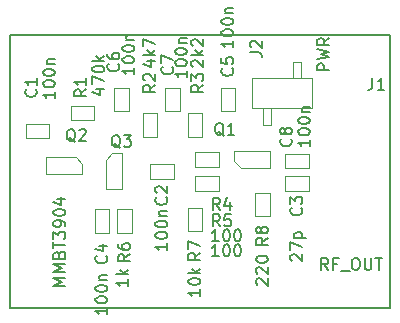
<source format=gbr>
G04 #@! TF.FileFunction,Other,Fab,Top*
%FSLAX46Y46*%
G04 Gerber Fmt 4.6, Leading zero omitted, Abs format (unit mm)*
G04 Created by KiCad (PCBNEW 4.0.6) date Wed Jul 14 20:47:06 2021*
%MOMM*%
%LPD*%
G01*
G04 APERTURE LIST*
%ADD10C,0.020000*%
%ADD11C,0.150000*%
%ADD12C,0.100000*%
G04 APERTURE END LIST*
D10*
D11*
X157988000Y-111633000D02*
X157988000Y-88519000D01*
X125857000Y-111633000D02*
X157988000Y-111633000D01*
X125857000Y-88519000D02*
X125857000Y-111633000D01*
X157988000Y-88519000D02*
X125857000Y-88519000D01*
D12*
X149114000Y-99807000D02*
X149114000Y-98567000D01*
X151114000Y-99807000D02*
X149114000Y-99807000D01*
X151114000Y-98567000D02*
X151114000Y-99807000D01*
X149114000Y-98567000D02*
X151114000Y-98567000D01*
X129143000Y-96027000D02*
X129143000Y-97267000D01*
X127143000Y-96027000D02*
X129143000Y-96027000D01*
X127143000Y-97267000D02*
X127143000Y-96027000D01*
X129143000Y-97267000D02*
X127143000Y-97267000D01*
X137684000Y-100696000D02*
X137684000Y-99456000D01*
X139684000Y-100696000D02*
X137684000Y-100696000D01*
X139684000Y-99456000D02*
X139684000Y-100696000D01*
X137684000Y-99456000D02*
X139684000Y-99456000D01*
X149114000Y-101712000D02*
X149114000Y-100472000D01*
X151114000Y-101712000D02*
X149114000Y-101712000D01*
X151114000Y-100472000D02*
X151114000Y-101712000D01*
X149114000Y-100472000D02*
X151114000Y-100472000D01*
X132984000Y-103267000D02*
X134224000Y-103267000D01*
X132984000Y-105267000D02*
X132984000Y-103267000D01*
X134224000Y-105267000D02*
X132984000Y-105267000D01*
X134224000Y-103267000D02*
X134224000Y-105267000D01*
X144892000Y-94980000D02*
X143652000Y-94980000D01*
X144892000Y-92980000D02*
X144892000Y-94980000D01*
X143652000Y-92980000D02*
X144892000Y-92980000D01*
X143652000Y-94980000D02*
X143652000Y-92980000D01*
X146304000Y-94742000D02*
X151384000Y-94742000D01*
X151384000Y-94742000D02*
X151384000Y-92202000D01*
X151384000Y-92202000D02*
X146304000Y-92202000D01*
X146304000Y-92202000D02*
X146304000Y-94742000D01*
X147254000Y-94742000D02*
X147894000Y-94742000D01*
X147894000Y-94742000D02*
X147894000Y-96122000D01*
X147894000Y-96122000D02*
X147254000Y-96122000D01*
X147254000Y-96122000D02*
X147254000Y-94742000D01*
X149794000Y-92202000D02*
X150434000Y-92202000D01*
X150434000Y-92202000D02*
X150434000Y-90822000D01*
X150434000Y-90822000D02*
X149794000Y-90822000D01*
X149794000Y-90822000D02*
X149794000Y-92202000D01*
X145354000Y-99760000D02*
X147804000Y-99760000D01*
X144784000Y-99210000D02*
X144784000Y-98360000D01*
X145354000Y-99760000D02*
X144784000Y-99210000D01*
X144784000Y-98360000D02*
X147824000Y-98360000D01*
X147824000Y-99760000D02*
X147824000Y-98360000D01*
X133920000Y-99126000D02*
X133920000Y-101576000D01*
X134470000Y-98556000D02*
X135320000Y-98556000D01*
X133920000Y-99126000D02*
X134470000Y-98556000D01*
X135320000Y-98556000D02*
X135320000Y-101596000D01*
X133920000Y-101596000D02*
X135320000Y-101596000D01*
X132953000Y-94503000D02*
X132953000Y-95743000D01*
X130953000Y-94503000D02*
X132953000Y-94503000D01*
X130953000Y-95743000D02*
X130953000Y-94503000D01*
X132953000Y-95743000D02*
X130953000Y-95743000D01*
X137048000Y-95139000D02*
X138288000Y-95139000D01*
X137048000Y-97139000D02*
X137048000Y-95139000D01*
X138288000Y-97139000D02*
X137048000Y-97139000D01*
X138288000Y-95139000D02*
X138288000Y-97139000D01*
X140858000Y-95139000D02*
X142098000Y-95139000D01*
X140858000Y-97139000D02*
X140858000Y-95139000D01*
X142098000Y-97139000D02*
X140858000Y-97139000D01*
X142098000Y-95139000D02*
X142098000Y-97139000D01*
X143494000Y-98440000D02*
X143494000Y-99680000D01*
X141494000Y-98440000D02*
X143494000Y-98440000D01*
X141494000Y-99680000D02*
X141494000Y-98440000D01*
X143494000Y-99680000D02*
X141494000Y-99680000D01*
X143494000Y-100472000D02*
X143494000Y-101712000D01*
X141494000Y-100472000D02*
X143494000Y-100472000D01*
X141494000Y-101712000D02*
X141494000Y-100472000D01*
X143494000Y-101712000D02*
X141494000Y-101712000D01*
X134889000Y-103267000D02*
X136129000Y-103267000D01*
X134889000Y-105267000D02*
X134889000Y-103267000D01*
X136129000Y-105267000D02*
X134889000Y-105267000D01*
X136129000Y-103267000D02*
X136129000Y-105267000D01*
X140858000Y-103140000D02*
X142098000Y-103140000D01*
X140858000Y-105140000D02*
X140858000Y-103140000D01*
X142098000Y-105140000D02*
X140858000Y-105140000D01*
X142098000Y-103140000D02*
X142098000Y-105140000D01*
X146573000Y-101870000D02*
X147813000Y-101870000D01*
X146573000Y-103870000D02*
X146573000Y-101870000D01*
X147813000Y-103870000D02*
X146573000Y-103870000D01*
X147813000Y-101870000D02*
X147813000Y-103870000D01*
X131379000Y-98868000D02*
X128929000Y-98868000D01*
X131949000Y-99418000D02*
X131949000Y-100268000D01*
X131379000Y-98868000D02*
X131949000Y-99418000D01*
X131949000Y-100268000D02*
X128909000Y-100268000D01*
X128909000Y-98868000D02*
X128909000Y-100268000D01*
X135875000Y-94980000D02*
X134635000Y-94980000D01*
X135875000Y-92980000D02*
X135875000Y-94980000D01*
X134635000Y-92980000D02*
X135875000Y-92980000D01*
X134635000Y-94980000D02*
X134635000Y-92980000D01*
X140193000Y-94980000D02*
X138953000Y-94980000D01*
X140193000Y-92980000D02*
X140193000Y-94980000D01*
X138953000Y-92980000D02*
X140193000Y-92980000D01*
X138953000Y-94980000D02*
X138953000Y-92980000D01*
D11*
X149582143Y-97321666D02*
X149629762Y-97369285D01*
X149677381Y-97512142D01*
X149677381Y-97607380D01*
X149629762Y-97750238D01*
X149534524Y-97845476D01*
X149439286Y-97893095D01*
X149248810Y-97940714D01*
X149105952Y-97940714D01*
X148915476Y-97893095D01*
X148820238Y-97845476D01*
X148725000Y-97750238D01*
X148677381Y-97607380D01*
X148677381Y-97512142D01*
X148725000Y-97369285D01*
X148772619Y-97321666D01*
X149105952Y-96750238D02*
X149058333Y-96845476D01*
X149010714Y-96893095D01*
X148915476Y-96940714D01*
X148867857Y-96940714D01*
X148772619Y-96893095D01*
X148725000Y-96845476D01*
X148677381Y-96750238D01*
X148677381Y-96559761D01*
X148725000Y-96464523D01*
X148772619Y-96416904D01*
X148867857Y-96369285D01*
X148915476Y-96369285D01*
X149010714Y-96416904D01*
X149058333Y-96464523D01*
X149105952Y-96559761D01*
X149105952Y-96750238D01*
X149153571Y-96845476D01*
X149201190Y-96893095D01*
X149296429Y-96940714D01*
X149486905Y-96940714D01*
X149582143Y-96893095D01*
X149629762Y-96845476D01*
X149677381Y-96750238D01*
X149677381Y-96559761D01*
X149629762Y-96464523D01*
X149582143Y-96416904D01*
X149486905Y-96369285D01*
X149296429Y-96369285D01*
X149201190Y-96416904D01*
X149153571Y-96464523D01*
X149105952Y-96559761D01*
X151201381Y-97385047D02*
X151201381Y-97956476D01*
X151201381Y-97670762D02*
X150201381Y-97670762D01*
X150344238Y-97766000D01*
X150439476Y-97861238D01*
X150487095Y-97956476D01*
X150201381Y-96766000D02*
X150201381Y-96670761D01*
X150249000Y-96575523D01*
X150296619Y-96527904D01*
X150391857Y-96480285D01*
X150582333Y-96432666D01*
X150820429Y-96432666D01*
X151010905Y-96480285D01*
X151106143Y-96527904D01*
X151153762Y-96575523D01*
X151201381Y-96670761D01*
X151201381Y-96766000D01*
X151153762Y-96861238D01*
X151106143Y-96908857D01*
X151010905Y-96956476D01*
X150820429Y-97004095D01*
X150582333Y-97004095D01*
X150391857Y-96956476D01*
X150296619Y-96908857D01*
X150249000Y-96861238D01*
X150201381Y-96766000D01*
X150201381Y-95813619D02*
X150201381Y-95718380D01*
X150249000Y-95623142D01*
X150296619Y-95575523D01*
X150391857Y-95527904D01*
X150582333Y-95480285D01*
X150820429Y-95480285D01*
X151010905Y-95527904D01*
X151106143Y-95575523D01*
X151153762Y-95623142D01*
X151201381Y-95718380D01*
X151201381Y-95813619D01*
X151153762Y-95908857D01*
X151106143Y-95956476D01*
X151010905Y-96004095D01*
X150820429Y-96051714D01*
X150582333Y-96051714D01*
X150391857Y-96004095D01*
X150296619Y-95956476D01*
X150249000Y-95908857D01*
X150201381Y-95813619D01*
X150534714Y-95051714D02*
X151201381Y-95051714D01*
X150629952Y-95051714D02*
X150582333Y-95004095D01*
X150534714Y-94908857D01*
X150534714Y-94765999D01*
X150582333Y-94670761D01*
X150677571Y-94623142D01*
X151201381Y-94623142D01*
X129611381Y-93321047D02*
X129611381Y-93892476D01*
X129611381Y-93606762D02*
X128611381Y-93606762D01*
X128754238Y-93702000D01*
X128849476Y-93797238D01*
X128897095Y-93892476D01*
X128611381Y-92702000D02*
X128611381Y-92606761D01*
X128659000Y-92511523D01*
X128706619Y-92463904D01*
X128801857Y-92416285D01*
X128992333Y-92368666D01*
X129230429Y-92368666D01*
X129420905Y-92416285D01*
X129516143Y-92463904D01*
X129563762Y-92511523D01*
X129611381Y-92606761D01*
X129611381Y-92702000D01*
X129563762Y-92797238D01*
X129516143Y-92844857D01*
X129420905Y-92892476D01*
X129230429Y-92940095D01*
X128992333Y-92940095D01*
X128801857Y-92892476D01*
X128706619Y-92844857D01*
X128659000Y-92797238D01*
X128611381Y-92702000D01*
X128611381Y-91749619D02*
X128611381Y-91654380D01*
X128659000Y-91559142D01*
X128706619Y-91511523D01*
X128801857Y-91463904D01*
X128992333Y-91416285D01*
X129230429Y-91416285D01*
X129420905Y-91463904D01*
X129516143Y-91511523D01*
X129563762Y-91559142D01*
X129611381Y-91654380D01*
X129611381Y-91749619D01*
X129563762Y-91844857D01*
X129516143Y-91892476D01*
X129420905Y-91940095D01*
X129230429Y-91987714D01*
X128992333Y-91987714D01*
X128801857Y-91940095D01*
X128706619Y-91892476D01*
X128659000Y-91844857D01*
X128611381Y-91749619D01*
X128944714Y-90987714D02*
X129611381Y-90987714D01*
X129039952Y-90987714D02*
X128992333Y-90940095D01*
X128944714Y-90844857D01*
X128944714Y-90701999D01*
X128992333Y-90606761D01*
X129087571Y-90559142D01*
X129611381Y-90559142D01*
X127992143Y-93130666D02*
X128039762Y-93178285D01*
X128087381Y-93321142D01*
X128087381Y-93416380D01*
X128039762Y-93559238D01*
X127944524Y-93654476D01*
X127849286Y-93702095D01*
X127658810Y-93749714D01*
X127515952Y-93749714D01*
X127325476Y-93702095D01*
X127230238Y-93654476D01*
X127135000Y-93559238D01*
X127087381Y-93416380D01*
X127087381Y-93321142D01*
X127135000Y-93178285D01*
X127182619Y-93130666D01*
X128087381Y-92178285D02*
X128087381Y-92749714D01*
X128087381Y-92464000D02*
X127087381Y-92464000D01*
X127230238Y-92559238D01*
X127325476Y-92654476D01*
X127373095Y-92749714D01*
X139136381Y-106148047D02*
X139136381Y-106719476D01*
X139136381Y-106433762D02*
X138136381Y-106433762D01*
X138279238Y-106529000D01*
X138374476Y-106624238D01*
X138422095Y-106719476D01*
X138136381Y-105529000D02*
X138136381Y-105433761D01*
X138184000Y-105338523D01*
X138231619Y-105290904D01*
X138326857Y-105243285D01*
X138517333Y-105195666D01*
X138755429Y-105195666D01*
X138945905Y-105243285D01*
X139041143Y-105290904D01*
X139088762Y-105338523D01*
X139136381Y-105433761D01*
X139136381Y-105529000D01*
X139088762Y-105624238D01*
X139041143Y-105671857D01*
X138945905Y-105719476D01*
X138755429Y-105767095D01*
X138517333Y-105767095D01*
X138326857Y-105719476D01*
X138231619Y-105671857D01*
X138184000Y-105624238D01*
X138136381Y-105529000D01*
X138136381Y-104576619D02*
X138136381Y-104481380D01*
X138184000Y-104386142D01*
X138231619Y-104338523D01*
X138326857Y-104290904D01*
X138517333Y-104243285D01*
X138755429Y-104243285D01*
X138945905Y-104290904D01*
X139041143Y-104338523D01*
X139088762Y-104386142D01*
X139136381Y-104481380D01*
X139136381Y-104576619D01*
X139088762Y-104671857D01*
X139041143Y-104719476D01*
X138945905Y-104767095D01*
X138755429Y-104814714D01*
X138517333Y-104814714D01*
X138326857Y-104767095D01*
X138231619Y-104719476D01*
X138184000Y-104671857D01*
X138136381Y-104576619D01*
X138469714Y-103814714D02*
X139136381Y-103814714D01*
X138564952Y-103814714D02*
X138517333Y-103767095D01*
X138469714Y-103671857D01*
X138469714Y-103528999D01*
X138517333Y-103433761D01*
X138612571Y-103386142D01*
X139136381Y-103386142D01*
X139041143Y-102274666D02*
X139088762Y-102322285D01*
X139136381Y-102465142D01*
X139136381Y-102560380D01*
X139088762Y-102703238D01*
X138993524Y-102798476D01*
X138898286Y-102846095D01*
X138707810Y-102893714D01*
X138564952Y-102893714D01*
X138374476Y-102846095D01*
X138279238Y-102798476D01*
X138184000Y-102703238D01*
X138136381Y-102560380D01*
X138136381Y-102465142D01*
X138184000Y-102322285D01*
X138231619Y-102274666D01*
X138231619Y-101893714D02*
X138184000Y-101846095D01*
X138136381Y-101750857D01*
X138136381Y-101512761D01*
X138184000Y-101417523D01*
X138231619Y-101369904D01*
X138326857Y-101322285D01*
X138422095Y-101322285D01*
X138564952Y-101369904D01*
X139136381Y-101941333D01*
X139136381Y-101322285D01*
X149661619Y-107640286D02*
X149614000Y-107592667D01*
X149566381Y-107497429D01*
X149566381Y-107259333D01*
X149614000Y-107164095D01*
X149661619Y-107116476D01*
X149756857Y-107068857D01*
X149852095Y-107068857D01*
X149994952Y-107116476D01*
X150566381Y-107687905D01*
X150566381Y-107068857D01*
X149566381Y-106735524D02*
X149566381Y-106068857D01*
X150566381Y-106497429D01*
X149899714Y-105687905D02*
X150899714Y-105687905D01*
X149947333Y-105687905D02*
X149899714Y-105592667D01*
X149899714Y-105402190D01*
X149947333Y-105306952D01*
X149994952Y-105259333D01*
X150090190Y-105211714D01*
X150375905Y-105211714D01*
X150471143Y-105259333D01*
X150518762Y-105306952D01*
X150566381Y-105402190D01*
X150566381Y-105592667D01*
X150518762Y-105687905D01*
X150471143Y-103163666D02*
X150518762Y-103211285D01*
X150566381Y-103354142D01*
X150566381Y-103449380D01*
X150518762Y-103592238D01*
X150423524Y-103687476D01*
X150328286Y-103735095D01*
X150137810Y-103782714D01*
X149994952Y-103782714D01*
X149804476Y-103735095D01*
X149709238Y-103687476D01*
X149614000Y-103592238D01*
X149566381Y-103449380D01*
X149566381Y-103354142D01*
X149614000Y-103211285D01*
X149661619Y-103163666D01*
X149566381Y-102830333D02*
X149566381Y-102211285D01*
X149947333Y-102544619D01*
X149947333Y-102401761D01*
X149994952Y-102306523D01*
X150042571Y-102258904D01*
X150137810Y-102211285D01*
X150375905Y-102211285D01*
X150471143Y-102258904D01*
X150518762Y-102306523D01*
X150566381Y-102401761D01*
X150566381Y-102687476D01*
X150518762Y-102782714D01*
X150471143Y-102830333D01*
X134056381Y-111609047D02*
X134056381Y-112180476D01*
X134056381Y-111894762D02*
X133056381Y-111894762D01*
X133199238Y-111990000D01*
X133294476Y-112085238D01*
X133342095Y-112180476D01*
X133056381Y-110990000D02*
X133056381Y-110894761D01*
X133104000Y-110799523D01*
X133151619Y-110751904D01*
X133246857Y-110704285D01*
X133437333Y-110656666D01*
X133675429Y-110656666D01*
X133865905Y-110704285D01*
X133961143Y-110751904D01*
X134008762Y-110799523D01*
X134056381Y-110894761D01*
X134056381Y-110990000D01*
X134008762Y-111085238D01*
X133961143Y-111132857D01*
X133865905Y-111180476D01*
X133675429Y-111228095D01*
X133437333Y-111228095D01*
X133246857Y-111180476D01*
X133151619Y-111132857D01*
X133104000Y-111085238D01*
X133056381Y-110990000D01*
X133056381Y-110037619D02*
X133056381Y-109942380D01*
X133104000Y-109847142D01*
X133151619Y-109799523D01*
X133246857Y-109751904D01*
X133437333Y-109704285D01*
X133675429Y-109704285D01*
X133865905Y-109751904D01*
X133961143Y-109799523D01*
X134008762Y-109847142D01*
X134056381Y-109942380D01*
X134056381Y-110037619D01*
X134008762Y-110132857D01*
X133961143Y-110180476D01*
X133865905Y-110228095D01*
X133675429Y-110275714D01*
X133437333Y-110275714D01*
X133246857Y-110228095D01*
X133151619Y-110180476D01*
X133104000Y-110132857D01*
X133056381Y-110037619D01*
X133389714Y-109275714D02*
X134056381Y-109275714D01*
X133484952Y-109275714D02*
X133437333Y-109228095D01*
X133389714Y-109132857D01*
X133389714Y-108989999D01*
X133437333Y-108894761D01*
X133532571Y-108847142D01*
X134056381Y-108847142D01*
X133961143Y-107227666D02*
X134008762Y-107275285D01*
X134056381Y-107418142D01*
X134056381Y-107513380D01*
X134008762Y-107656238D01*
X133913524Y-107751476D01*
X133818286Y-107799095D01*
X133627810Y-107846714D01*
X133484952Y-107846714D01*
X133294476Y-107799095D01*
X133199238Y-107751476D01*
X133104000Y-107656238D01*
X133056381Y-107513380D01*
X133056381Y-107418142D01*
X133104000Y-107275285D01*
X133151619Y-107227666D01*
X133389714Y-106370523D02*
X134056381Y-106370523D01*
X133008762Y-106608619D02*
X133723048Y-106846714D01*
X133723048Y-106227666D01*
X144724381Y-89003047D02*
X144724381Y-89574476D01*
X144724381Y-89288762D02*
X143724381Y-89288762D01*
X143867238Y-89384000D01*
X143962476Y-89479238D01*
X144010095Y-89574476D01*
X143724381Y-88384000D02*
X143724381Y-88288761D01*
X143772000Y-88193523D01*
X143819619Y-88145904D01*
X143914857Y-88098285D01*
X144105333Y-88050666D01*
X144343429Y-88050666D01*
X144533905Y-88098285D01*
X144629143Y-88145904D01*
X144676762Y-88193523D01*
X144724381Y-88288761D01*
X144724381Y-88384000D01*
X144676762Y-88479238D01*
X144629143Y-88526857D01*
X144533905Y-88574476D01*
X144343429Y-88622095D01*
X144105333Y-88622095D01*
X143914857Y-88574476D01*
X143819619Y-88526857D01*
X143772000Y-88479238D01*
X143724381Y-88384000D01*
X143724381Y-87431619D02*
X143724381Y-87336380D01*
X143772000Y-87241142D01*
X143819619Y-87193523D01*
X143914857Y-87145904D01*
X144105333Y-87098285D01*
X144343429Y-87098285D01*
X144533905Y-87145904D01*
X144629143Y-87193523D01*
X144676762Y-87241142D01*
X144724381Y-87336380D01*
X144724381Y-87431619D01*
X144676762Y-87526857D01*
X144629143Y-87574476D01*
X144533905Y-87622095D01*
X144343429Y-87669714D01*
X144105333Y-87669714D01*
X143914857Y-87622095D01*
X143819619Y-87574476D01*
X143772000Y-87526857D01*
X143724381Y-87431619D01*
X144057714Y-86669714D02*
X144724381Y-86669714D01*
X144152952Y-86669714D02*
X144105333Y-86622095D01*
X144057714Y-86526857D01*
X144057714Y-86383999D01*
X144105333Y-86288761D01*
X144200571Y-86241142D01*
X144724381Y-86241142D01*
X144629143Y-91352666D02*
X144676762Y-91400285D01*
X144724381Y-91543142D01*
X144724381Y-91638380D01*
X144676762Y-91781238D01*
X144581524Y-91876476D01*
X144486286Y-91924095D01*
X144295810Y-91971714D01*
X144152952Y-91971714D01*
X143962476Y-91924095D01*
X143867238Y-91876476D01*
X143772000Y-91781238D01*
X143724381Y-91638380D01*
X143724381Y-91543142D01*
X143772000Y-91400285D01*
X143819619Y-91352666D01*
X143724381Y-90447904D02*
X143724381Y-90924095D01*
X144200571Y-90971714D01*
X144152952Y-90924095D01*
X144105333Y-90828857D01*
X144105333Y-90590761D01*
X144152952Y-90495523D01*
X144200571Y-90447904D01*
X144295810Y-90400285D01*
X144533905Y-90400285D01*
X144629143Y-90447904D01*
X144676762Y-90495523D01*
X144724381Y-90590761D01*
X144724381Y-90828857D01*
X144676762Y-90924095D01*
X144629143Y-90971714D01*
X156511667Y-92162381D02*
X156511667Y-92876667D01*
X156464047Y-93019524D01*
X156368809Y-93114762D01*
X156225952Y-93162381D01*
X156130714Y-93162381D01*
X157511667Y-93162381D02*
X156940238Y-93162381D01*
X157225952Y-93162381D02*
X157225952Y-92162381D01*
X157130714Y-92305238D01*
X157035476Y-92400476D01*
X156940238Y-92448095D01*
X152757429Y-108402381D02*
X152424095Y-107926190D01*
X152186000Y-108402381D02*
X152186000Y-107402381D01*
X152566953Y-107402381D01*
X152662191Y-107450000D01*
X152709810Y-107497619D01*
X152757429Y-107592857D01*
X152757429Y-107735714D01*
X152709810Y-107830952D01*
X152662191Y-107878571D01*
X152566953Y-107926190D01*
X152186000Y-107926190D01*
X153519334Y-107878571D02*
X153186000Y-107878571D01*
X153186000Y-108402381D02*
X153186000Y-107402381D01*
X153662191Y-107402381D01*
X153805048Y-108497619D02*
X154566953Y-108497619D01*
X154995524Y-107402381D02*
X155186001Y-107402381D01*
X155281239Y-107450000D01*
X155376477Y-107545238D01*
X155424096Y-107735714D01*
X155424096Y-108069048D01*
X155376477Y-108259524D01*
X155281239Y-108354762D01*
X155186001Y-108402381D01*
X154995524Y-108402381D01*
X154900286Y-108354762D01*
X154805048Y-108259524D01*
X154757429Y-108069048D01*
X154757429Y-107735714D01*
X154805048Y-107545238D01*
X154900286Y-107450000D01*
X154995524Y-107402381D01*
X155852667Y-107402381D02*
X155852667Y-108211905D01*
X155900286Y-108307143D01*
X155947905Y-108354762D01*
X156043143Y-108402381D01*
X156233620Y-108402381D01*
X156328858Y-108354762D01*
X156376477Y-108307143D01*
X156424096Y-108211905D01*
X156424096Y-107402381D01*
X156757429Y-107402381D02*
X157328858Y-107402381D01*
X157043143Y-108402381D02*
X157043143Y-107402381D01*
X146137381Y-89995333D02*
X146851667Y-89995333D01*
X146994524Y-90042953D01*
X147089762Y-90138191D01*
X147137381Y-90281048D01*
X147137381Y-90376286D01*
X146232619Y-89566762D02*
X146185000Y-89519143D01*
X146137381Y-89423905D01*
X146137381Y-89185809D01*
X146185000Y-89090571D01*
X146232619Y-89042952D01*
X146327857Y-88995333D01*
X146423095Y-88995333D01*
X146565952Y-89042952D01*
X147137381Y-89614381D01*
X147137381Y-88995333D01*
X152852381Y-91503333D02*
X151852381Y-91503333D01*
X151852381Y-91122380D01*
X151900000Y-91027142D01*
X151947619Y-90979523D01*
X152042857Y-90931904D01*
X152185714Y-90931904D01*
X152280952Y-90979523D01*
X152328571Y-91027142D01*
X152376190Y-91122380D01*
X152376190Y-91503333D01*
X151852381Y-90598571D02*
X152852381Y-90360476D01*
X152138095Y-90169999D01*
X152852381Y-89979523D01*
X151852381Y-89741428D01*
X152852381Y-88789047D02*
X152376190Y-89122381D01*
X152852381Y-89360476D02*
X151852381Y-89360476D01*
X151852381Y-88979523D01*
X151900000Y-88884285D01*
X151947619Y-88836666D01*
X152042857Y-88789047D01*
X152185714Y-88789047D01*
X152280952Y-88836666D01*
X152328571Y-88884285D01*
X152376190Y-88979523D01*
X152376190Y-89360476D01*
X143922762Y-97067619D02*
X143827524Y-97020000D01*
X143732286Y-96924762D01*
X143589429Y-96781905D01*
X143494190Y-96734286D01*
X143398952Y-96734286D01*
X143446571Y-96972381D02*
X143351333Y-96924762D01*
X143256095Y-96829524D01*
X143208476Y-96639048D01*
X143208476Y-96305714D01*
X143256095Y-96115238D01*
X143351333Y-96020000D01*
X143446571Y-95972381D01*
X143637048Y-95972381D01*
X143732286Y-96020000D01*
X143827524Y-96115238D01*
X143875143Y-96305714D01*
X143875143Y-96639048D01*
X143827524Y-96829524D01*
X143732286Y-96924762D01*
X143637048Y-96972381D01*
X143446571Y-96972381D01*
X144827524Y-96972381D02*
X144256095Y-96972381D01*
X144541809Y-96972381D02*
X144541809Y-95972381D01*
X144446571Y-96115238D01*
X144351333Y-96210476D01*
X144256095Y-96258095D01*
X135159762Y-98083619D02*
X135064524Y-98036000D01*
X134969286Y-97940762D01*
X134826429Y-97797905D01*
X134731190Y-97750286D01*
X134635952Y-97750286D01*
X134683571Y-97988381D02*
X134588333Y-97940762D01*
X134493095Y-97845524D01*
X134445476Y-97655048D01*
X134445476Y-97321714D01*
X134493095Y-97131238D01*
X134588333Y-97036000D01*
X134683571Y-96988381D01*
X134874048Y-96988381D01*
X134969286Y-97036000D01*
X135064524Y-97131238D01*
X135112143Y-97321714D01*
X135112143Y-97655048D01*
X135064524Y-97845524D01*
X134969286Y-97940762D01*
X134874048Y-97988381D01*
X134683571Y-97988381D01*
X135445476Y-96988381D02*
X136064524Y-96988381D01*
X135731190Y-97369333D01*
X135874048Y-97369333D01*
X135969286Y-97416952D01*
X136016905Y-97464571D01*
X136064524Y-97559810D01*
X136064524Y-97797905D01*
X136016905Y-97893143D01*
X135969286Y-97940762D01*
X135874048Y-97988381D01*
X135588333Y-97988381D01*
X135493095Y-97940762D01*
X135445476Y-97893143D01*
X133135714Y-93114666D02*
X133802381Y-93114666D01*
X132754762Y-93352762D02*
X133469048Y-93590857D01*
X133469048Y-92971809D01*
X132802381Y-92686095D02*
X132802381Y-92019428D01*
X133802381Y-92448000D01*
X132802381Y-91448000D02*
X132802381Y-91352761D01*
X132850000Y-91257523D01*
X132897619Y-91209904D01*
X132992857Y-91162285D01*
X133183333Y-91114666D01*
X133421429Y-91114666D01*
X133611905Y-91162285D01*
X133707143Y-91209904D01*
X133754762Y-91257523D01*
X133802381Y-91352761D01*
X133802381Y-91448000D01*
X133754762Y-91543238D01*
X133707143Y-91590857D01*
X133611905Y-91638476D01*
X133421429Y-91686095D01*
X133183333Y-91686095D01*
X132992857Y-91638476D01*
X132897619Y-91590857D01*
X132850000Y-91543238D01*
X132802381Y-91448000D01*
X133802381Y-90686095D02*
X132802381Y-90686095D01*
X133421429Y-90590857D02*
X133802381Y-90305142D01*
X133135714Y-90305142D02*
X133516667Y-90686095D01*
X132278381Y-93130666D02*
X131802190Y-93464000D01*
X132278381Y-93702095D02*
X131278381Y-93702095D01*
X131278381Y-93321142D01*
X131326000Y-93225904D01*
X131373619Y-93178285D01*
X131468857Y-93130666D01*
X131611714Y-93130666D01*
X131706952Y-93178285D01*
X131754571Y-93225904D01*
X131802190Y-93321142D01*
X131802190Y-93702095D01*
X132278381Y-92178285D02*
X132278381Y-92749714D01*
X132278381Y-92464000D02*
X131278381Y-92464000D01*
X131421238Y-92559238D01*
X131516476Y-92654476D01*
X131564095Y-92749714D01*
X137453714Y-90733476D02*
X138120381Y-90733476D01*
X137072762Y-90971572D02*
X137787048Y-91209667D01*
X137787048Y-90590619D01*
X138120381Y-90209667D02*
X137120381Y-90209667D01*
X137739429Y-90114429D02*
X138120381Y-89828714D01*
X137453714Y-89828714D02*
X137834667Y-90209667D01*
X137120381Y-89495381D02*
X137120381Y-88828714D01*
X138120381Y-89257286D01*
X138120381Y-92749666D02*
X137644190Y-93083000D01*
X138120381Y-93321095D02*
X137120381Y-93321095D01*
X137120381Y-92940142D01*
X137168000Y-92844904D01*
X137215619Y-92797285D01*
X137310857Y-92749666D01*
X137453714Y-92749666D01*
X137548952Y-92797285D01*
X137596571Y-92844904D01*
X137644190Y-92940142D01*
X137644190Y-93321095D01*
X137215619Y-92368714D02*
X137168000Y-92321095D01*
X137120381Y-92225857D01*
X137120381Y-91987761D01*
X137168000Y-91892523D01*
X137215619Y-91844904D01*
X137310857Y-91797285D01*
X137406095Y-91797285D01*
X137548952Y-91844904D01*
X138120381Y-92416333D01*
X138120381Y-91797285D01*
X141279619Y-91209667D02*
X141232000Y-91162048D01*
X141184381Y-91066810D01*
X141184381Y-90828714D01*
X141232000Y-90733476D01*
X141279619Y-90685857D01*
X141374857Y-90638238D01*
X141470095Y-90638238D01*
X141612952Y-90685857D01*
X142184381Y-91257286D01*
X142184381Y-90638238D01*
X142184381Y-90209667D02*
X141184381Y-90209667D01*
X141803429Y-90114429D02*
X142184381Y-89828714D01*
X141517714Y-89828714D02*
X141898667Y-90209667D01*
X141279619Y-89447762D02*
X141232000Y-89400143D01*
X141184381Y-89304905D01*
X141184381Y-89066809D01*
X141232000Y-88971571D01*
X141279619Y-88923952D01*
X141374857Y-88876333D01*
X141470095Y-88876333D01*
X141612952Y-88923952D01*
X142184381Y-89495381D01*
X142184381Y-88876333D01*
X142184381Y-92749666D02*
X141708190Y-93083000D01*
X142184381Y-93321095D02*
X141184381Y-93321095D01*
X141184381Y-92940142D01*
X141232000Y-92844904D01*
X141279619Y-92797285D01*
X141374857Y-92749666D01*
X141517714Y-92749666D01*
X141612952Y-92797285D01*
X141660571Y-92844904D01*
X141708190Y-92940142D01*
X141708190Y-93321095D01*
X141184381Y-92416333D02*
X141184381Y-91797285D01*
X141565333Y-92130619D01*
X141565333Y-91987761D01*
X141612952Y-91892523D01*
X141660571Y-91844904D01*
X141755810Y-91797285D01*
X141993905Y-91797285D01*
X142089143Y-91844904D01*
X142136762Y-91892523D01*
X142184381Y-91987761D01*
X142184381Y-92273476D01*
X142136762Y-92368714D01*
X142089143Y-92416333D01*
X143478334Y-105989381D02*
X142906905Y-105989381D01*
X143192619Y-105989381D02*
X143192619Y-104989381D01*
X143097381Y-105132238D01*
X143002143Y-105227476D01*
X142906905Y-105275095D01*
X144097381Y-104989381D02*
X144192620Y-104989381D01*
X144287858Y-105037000D01*
X144335477Y-105084619D01*
X144383096Y-105179857D01*
X144430715Y-105370333D01*
X144430715Y-105608429D01*
X144383096Y-105798905D01*
X144335477Y-105894143D01*
X144287858Y-105941762D01*
X144192620Y-105989381D01*
X144097381Y-105989381D01*
X144002143Y-105941762D01*
X143954524Y-105894143D01*
X143906905Y-105798905D01*
X143859286Y-105608429D01*
X143859286Y-105370333D01*
X143906905Y-105179857D01*
X143954524Y-105084619D01*
X144002143Y-105037000D01*
X144097381Y-104989381D01*
X145049762Y-104989381D02*
X145145001Y-104989381D01*
X145240239Y-105037000D01*
X145287858Y-105084619D01*
X145335477Y-105179857D01*
X145383096Y-105370333D01*
X145383096Y-105608429D01*
X145335477Y-105798905D01*
X145287858Y-105894143D01*
X145240239Y-105941762D01*
X145145001Y-105989381D01*
X145049762Y-105989381D01*
X144954524Y-105941762D01*
X144906905Y-105894143D01*
X144859286Y-105798905D01*
X144811667Y-105608429D01*
X144811667Y-105370333D01*
X144859286Y-105179857D01*
X144906905Y-105084619D01*
X144954524Y-105037000D01*
X145049762Y-104989381D01*
X143597334Y-103322381D02*
X143264000Y-102846190D01*
X143025905Y-103322381D02*
X143025905Y-102322381D01*
X143406858Y-102322381D01*
X143502096Y-102370000D01*
X143549715Y-102417619D01*
X143597334Y-102512857D01*
X143597334Y-102655714D01*
X143549715Y-102750952D01*
X143502096Y-102798571D01*
X143406858Y-102846190D01*
X143025905Y-102846190D01*
X144454477Y-102655714D02*
X144454477Y-103322381D01*
X144216381Y-102274762D02*
X143978286Y-102989048D01*
X144597334Y-102989048D01*
X143478334Y-107259381D02*
X142906905Y-107259381D01*
X143192619Y-107259381D02*
X143192619Y-106259381D01*
X143097381Y-106402238D01*
X143002143Y-106497476D01*
X142906905Y-106545095D01*
X144097381Y-106259381D02*
X144192620Y-106259381D01*
X144287858Y-106307000D01*
X144335477Y-106354619D01*
X144383096Y-106449857D01*
X144430715Y-106640333D01*
X144430715Y-106878429D01*
X144383096Y-107068905D01*
X144335477Y-107164143D01*
X144287858Y-107211762D01*
X144192620Y-107259381D01*
X144097381Y-107259381D01*
X144002143Y-107211762D01*
X143954524Y-107164143D01*
X143906905Y-107068905D01*
X143859286Y-106878429D01*
X143859286Y-106640333D01*
X143906905Y-106449857D01*
X143954524Y-106354619D01*
X144002143Y-106307000D01*
X144097381Y-106259381D01*
X145049762Y-106259381D02*
X145145001Y-106259381D01*
X145240239Y-106307000D01*
X145287858Y-106354619D01*
X145335477Y-106449857D01*
X145383096Y-106640333D01*
X145383096Y-106878429D01*
X145335477Y-107068905D01*
X145287858Y-107164143D01*
X145240239Y-107211762D01*
X145145001Y-107259381D01*
X145049762Y-107259381D01*
X144954524Y-107211762D01*
X144906905Y-107164143D01*
X144859286Y-107068905D01*
X144811667Y-106878429D01*
X144811667Y-106640333D01*
X144859286Y-106449857D01*
X144906905Y-106354619D01*
X144954524Y-106307000D01*
X145049762Y-106259381D01*
X143597334Y-104719381D02*
X143264000Y-104243190D01*
X143025905Y-104719381D02*
X143025905Y-103719381D01*
X143406858Y-103719381D01*
X143502096Y-103767000D01*
X143549715Y-103814619D01*
X143597334Y-103909857D01*
X143597334Y-104052714D01*
X143549715Y-104147952D01*
X143502096Y-104195571D01*
X143406858Y-104243190D01*
X143025905Y-104243190D01*
X144502096Y-103719381D02*
X144025905Y-103719381D01*
X143978286Y-104195571D01*
X144025905Y-104147952D01*
X144121143Y-104100333D01*
X144359239Y-104100333D01*
X144454477Y-104147952D01*
X144502096Y-104195571D01*
X144549715Y-104290810D01*
X144549715Y-104528905D01*
X144502096Y-104624143D01*
X144454477Y-104671762D01*
X144359239Y-104719381D01*
X144121143Y-104719381D01*
X144025905Y-104671762D01*
X143978286Y-104624143D01*
X135834381Y-109212047D02*
X135834381Y-109783476D01*
X135834381Y-109497762D02*
X134834381Y-109497762D01*
X134977238Y-109593000D01*
X135072476Y-109688238D01*
X135120095Y-109783476D01*
X135834381Y-108783476D02*
X134834381Y-108783476D01*
X135453429Y-108688238D02*
X135834381Y-108402523D01*
X135167714Y-108402523D02*
X135548667Y-108783476D01*
X135961381Y-107100666D02*
X135485190Y-107434000D01*
X135961381Y-107672095D02*
X134961381Y-107672095D01*
X134961381Y-107291142D01*
X135009000Y-107195904D01*
X135056619Y-107148285D01*
X135151857Y-107100666D01*
X135294714Y-107100666D01*
X135389952Y-107148285D01*
X135437571Y-107195904D01*
X135485190Y-107291142D01*
X135485190Y-107672095D01*
X134961381Y-106243523D02*
X134961381Y-106434000D01*
X135009000Y-106529238D01*
X135056619Y-106576857D01*
X135199476Y-106672095D01*
X135389952Y-106719714D01*
X135770905Y-106719714D01*
X135866143Y-106672095D01*
X135913762Y-106624476D01*
X135961381Y-106529238D01*
X135961381Y-106338761D01*
X135913762Y-106243523D01*
X135866143Y-106195904D01*
X135770905Y-106148285D01*
X135532810Y-106148285D01*
X135437571Y-106195904D01*
X135389952Y-106243523D01*
X135342333Y-106338761D01*
X135342333Y-106529238D01*
X135389952Y-106624476D01*
X135437571Y-106672095D01*
X135532810Y-106719714D01*
X141930381Y-110069238D02*
X141930381Y-110640667D01*
X141930381Y-110354953D02*
X140930381Y-110354953D01*
X141073238Y-110450191D01*
X141168476Y-110545429D01*
X141216095Y-110640667D01*
X140930381Y-109450191D02*
X140930381Y-109354952D01*
X140978000Y-109259714D01*
X141025619Y-109212095D01*
X141120857Y-109164476D01*
X141311333Y-109116857D01*
X141549429Y-109116857D01*
X141739905Y-109164476D01*
X141835143Y-109212095D01*
X141882762Y-109259714D01*
X141930381Y-109354952D01*
X141930381Y-109450191D01*
X141882762Y-109545429D01*
X141835143Y-109593048D01*
X141739905Y-109640667D01*
X141549429Y-109688286D01*
X141311333Y-109688286D01*
X141120857Y-109640667D01*
X141025619Y-109593048D01*
X140978000Y-109545429D01*
X140930381Y-109450191D01*
X141930381Y-108688286D02*
X140930381Y-108688286D01*
X141549429Y-108593048D02*
X141930381Y-108307333D01*
X141263714Y-108307333D02*
X141644667Y-108688286D01*
X141930381Y-106973666D02*
X141454190Y-107307000D01*
X141930381Y-107545095D02*
X140930381Y-107545095D01*
X140930381Y-107164142D01*
X140978000Y-107068904D01*
X141025619Y-107021285D01*
X141120857Y-106973666D01*
X141263714Y-106973666D01*
X141358952Y-107021285D01*
X141406571Y-107068904D01*
X141454190Y-107164142D01*
X141454190Y-107545095D01*
X140930381Y-106640333D02*
X140930381Y-105973666D01*
X141930381Y-106402238D01*
X146740619Y-109696095D02*
X146693000Y-109648476D01*
X146645381Y-109553238D01*
X146645381Y-109315142D01*
X146693000Y-109219904D01*
X146740619Y-109172285D01*
X146835857Y-109124666D01*
X146931095Y-109124666D01*
X147073952Y-109172285D01*
X147645381Y-109743714D01*
X147645381Y-109124666D01*
X146740619Y-108743714D02*
X146693000Y-108696095D01*
X146645381Y-108600857D01*
X146645381Y-108362761D01*
X146693000Y-108267523D01*
X146740619Y-108219904D01*
X146835857Y-108172285D01*
X146931095Y-108172285D01*
X147073952Y-108219904D01*
X147645381Y-108791333D01*
X147645381Y-108172285D01*
X146645381Y-107553238D02*
X146645381Y-107457999D01*
X146693000Y-107362761D01*
X146740619Y-107315142D01*
X146835857Y-107267523D01*
X147026333Y-107219904D01*
X147264429Y-107219904D01*
X147454905Y-107267523D01*
X147550143Y-107315142D01*
X147597762Y-107362761D01*
X147645381Y-107457999D01*
X147645381Y-107553238D01*
X147597762Y-107648476D01*
X147550143Y-107696095D01*
X147454905Y-107743714D01*
X147264429Y-107791333D01*
X147026333Y-107791333D01*
X146835857Y-107743714D01*
X146740619Y-107696095D01*
X146693000Y-107648476D01*
X146645381Y-107553238D01*
X147645381Y-105703666D02*
X147169190Y-106037000D01*
X147645381Y-106275095D02*
X146645381Y-106275095D01*
X146645381Y-105894142D01*
X146693000Y-105798904D01*
X146740619Y-105751285D01*
X146835857Y-105703666D01*
X146978714Y-105703666D01*
X147073952Y-105751285D01*
X147121571Y-105798904D01*
X147169190Y-105894142D01*
X147169190Y-106275095D01*
X147073952Y-105132238D02*
X147026333Y-105227476D01*
X146978714Y-105275095D01*
X146883476Y-105322714D01*
X146835857Y-105322714D01*
X146740619Y-105275095D01*
X146693000Y-105227476D01*
X146645381Y-105132238D01*
X146645381Y-104941761D01*
X146693000Y-104846523D01*
X146740619Y-104798904D01*
X146835857Y-104751285D01*
X146883476Y-104751285D01*
X146978714Y-104798904D01*
X147026333Y-104846523D01*
X147073952Y-104941761D01*
X147073952Y-105132238D01*
X147121571Y-105227476D01*
X147169190Y-105275095D01*
X147264429Y-105322714D01*
X147454905Y-105322714D01*
X147550143Y-105275095D01*
X147597762Y-105227476D01*
X147645381Y-105132238D01*
X147645381Y-104941761D01*
X147597762Y-104846523D01*
X147550143Y-104798904D01*
X147454905Y-104751285D01*
X147264429Y-104751285D01*
X147169190Y-104798904D01*
X147121571Y-104846523D01*
X147073952Y-104941761D01*
X131349762Y-97575619D02*
X131254524Y-97528000D01*
X131159286Y-97432762D01*
X131016429Y-97289905D01*
X130921190Y-97242286D01*
X130825952Y-97242286D01*
X130873571Y-97480381D02*
X130778333Y-97432762D01*
X130683095Y-97337524D01*
X130635476Y-97147048D01*
X130635476Y-96813714D01*
X130683095Y-96623238D01*
X130778333Y-96528000D01*
X130873571Y-96480381D01*
X131064048Y-96480381D01*
X131159286Y-96528000D01*
X131254524Y-96623238D01*
X131302143Y-96813714D01*
X131302143Y-97147048D01*
X131254524Y-97337524D01*
X131159286Y-97432762D01*
X131064048Y-97480381D01*
X130873571Y-97480381D01*
X131683095Y-96575619D02*
X131730714Y-96528000D01*
X131825952Y-96480381D01*
X132064048Y-96480381D01*
X132159286Y-96528000D01*
X132206905Y-96575619D01*
X132254524Y-96670857D01*
X132254524Y-96766095D01*
X132206905Y-96908952D01*
X131635476Y-97480381D01*
X132254524Y-97480381D01*
X130500381Y-109735476D02*
X129500381Y-109735476D01*
X130214667Y-109402142D01*
X129500381Y-109068809D01*
X130500381Y-109068809D01*
X130500381Y-108592619D02*
X129500381Y-108592619D01*
X130214667Y-108259285D01*
X129500381Y-107925952D01*
X130500381Y-107925952D01*
X129976571Y-107116428D02*
X130024190Y-106973571D01*
X130071810Y-106925952D01*
X130167048Y-106878333D01*
X130309905Y-106878333D01*
X130405143Y-106925952D01*
X130452762Y-106973571D01*
X130500381Y-107068809D01*
X130500381Y-107449762D01*
X129500381Y-107449762D01*
X129500381Y-107116428D01*
X129548000Y-107021190D01*
X129595619Y-106973571D01*
X129690857Y-106925952D01*
X129786095Y-106925952D01*
X129881333Y-106973571D01*
X129928952Y-107021190D01*
X129976571Y-107116428D01*
X129976571Y-107449762D01*
X129500381Y-106592619D02*
X129500381Y-106021190D01*
X130500381Y-106306905D02*
X129500381Y-106306905D01*
X129500381Y-105783095D02*
X129500381Y-105164047D01*
X129881333Y-105497381D01*
X129881333Y-105354523D01*
X129928952Y-105259285D01*
X129976571Y-105211666D01*
X130071810Y-105164047D01*
X130309905Y-105164047D01*
X130405143Y-105211666D01*
X130452762Y-105259285D01*
X130500381Y-105354523D01*
X130500381Y-105640238D01*
X130452762Y-105735476D01*
X130405143Y-105783095D01*
X130500381Y-104687857D02*
X130500381Y-104497381D01*
X130452762Y-104402142D01*
X130405143Y-104354523D01*
X130262286Y-104259285D01*
X130071810Y-104211666D01*
X129690857Y-104211666D01*
X129595619Y-104259285D01*
X129548000Y-104306904D01*
X129500381Y-104402142D01*
X129500381Y-104592619D01*
X129548000Y-104687857D01*
X129595619Y-104735476D01*
X129690857Y-104783095D01*
X129928952Y-104783095D01*
X130024190Y-104735476D01*
X130071810Y-104687857D01*
X130119429Y-104592619D01*
X130119429Y-104402142D01*
X130071810Y-104306904D01*
X130024190Y-104259285D01*
X129928952Y-104211666D01*
X129500381Y-103592619D02*
X129500381Y-103497380D01*
X129548000Y-103402142D01*
X129595619Y-103354523D01*
X129690857Y-103306904D01*
X129881333Y-103259285D01*
X130119429Y-103259285D01*
X130309905Y-103306904D01*
X130405143Y-103354523D01*
X130452762Y-103402142D01*
X130500381Y-103497380D01*
X130500381Y-103592619D01*
X130452762Y-103687857D01*
X130405143Y-103735476D01*
X130309905Y-103783095D01*
X130119429Y-103830714D01*
X129881333Y-103830714D01*
X129690857Y-103783095D01*
X129595619Y-103735476D01*
X129548000Y-103687857D01*
X129500381Y-103592619D01*
X129833714Y-102402142D02*
X130500381Y-102402142D01*
X129452762Y-102640238D02*
X130167048Y-102878333D01*
X130167048Y-102259285D01*
X134977143Y-90971666D02*
X135024762Y-91019285D01*
X135072381Y-91162142D01*
X135072381Y-91257380D01*
X135024762Y-91400238D01*
X134929524Y-91495476D01*
X134834286Y-91543095D01*
X134643810Y-91590714D01*
X134500952Y-91590714D01*
X134310476Y-91543095D01*
X134215238Y-91495476D01*
X134120000Y-91400238D01*
X134072381Y-91257380D01*
X134072381Y-91162142D01*
X134120000Y-91019285D01*
X134167619Y-90971666D01*
X134072381Y-90114523D02*
X134072381Y-90305000D01*
X134120000Y-90400238D01*
X134167619Y-90447857D01*
X134310476Y-90543095D01*
X134500952Y-90590714D01*
X134881905Y-90590714D01*
X134977143Y-90543095D01*
X135024762Y-90495476D01*
X135072381Y-90400238D01*
X135072381Y-90209761D01*
X135024762Y-90114523D01*
X134977143Y-90066904D01*
X134881905Y-90019285D01*
X134643810Y-90019285D01*
X134548571Y-90066904D01*
X134500952Y-90114523D01*
X134453333Y-90209761D01*
X134453333Y-90400238D01*
X134500952Y-90495476D01*
X134548571Y-90543095D01*
X134643810Y-90590714D01*
X136342381Y-91289047D02*
X136342381Y-91860476D01*
X136342381Y-91574762D02*
X135342381Y-91574762D01*
X135485238Y-91670000D01*
X135580476Y-91765238D01*
X135628095Y-91860476D01*
X135342381Y-90670000D02*
X135342381Y-90574761D01*
X135390000Y-90479523D01*
X135437619Y-90431904D01*
X135532857Y-90384285D01*
X135723333Y-90336666D01*
X135961429Y-90336666D01*
X136151905Y-90384285D01*
X136247143Y-90431904D01*
X136294762Y-90479523D01*
X136342381Y-90574761D01*
X136342381Y-90670000D01*
X136294762Y-90765238D01*
X136247143Y-90812857D01*
X136151905Y-90860476D01*
X135961429Y-90908095D01*
X135723333Y-90908095D01*
X135532857Y-90860476D01*
X135437619Y-90812857D01*
X135390000Y-90765238D01*
X135342381Y-90670000D01*
X135342381Y-89717619D02*
X135342381Y-89622380D01*
X135390000Y-89527142D01*
X135437619Y-89479523D01*
X135532857Y-89431904D01*
X135723333Y-89384285D01*
X135961429Y-89384285D01*
X136151905Y-89431904D01*
X136247143Y-89479523D01*
X136294762Y-89527142D01*
X136342381Y-89622380D01*
X136342381Y-89717619D01*
X136294762Y-89812857D01*
X136247143Y-89860476D01*
X136151905Y-89908095D01*
X135961429Y-89955714D01*
X135723333Y-89955714D01*
X135532857Y-89908095D01*
X135437619Y-89860476D01*
X135390000Y-89812857D01*
X135342381Y-89717619D01*
X135675714Y-88955714D02*
X136342381Y-88955714D01*
X135770952Y-88955714D02*
X135723333Y-88908095D01*
X135675714Y-88812857D01*
X135675714Y-88669999D01*
X135723333Y-88574761D01*
X135818571Y-88527142D01*
X136342381Y-88527142D01*
X139549143Y-91225666D02*
X139596762Y-91273285D01*
X139644381Y-91416142D01*
X139644381Y-91511380D01*
X139596762Y-91654238D01*
X139501524Y-91749476D01*
X139406286Y-91797095D01*
X139215810Y-91844714D01*
X139072952Y-91844714D01*
X138882476Y-91797095D01*
X138787238Y-91749476D01*
X138692000Y-91654238D01*
X138644381Y-91511380D01*
X138644381Y-91416142D01*
X138692000Y-91273285D01*
X138739619Y-91225666D01*
X138644381Y-90892333D02*
X138644381Y-90225666D01*
X139644381Y-90654238D01*
X140787381Y-91543047D02*
X140787381Y-92114476D01*
X140787381Y-91828762D02*
X139787381Y-91828762D01*
X139930238Y-91924000D01*
X140025476Y-92019238D01*
X140073095Y-92114476D01*
X139787381Y-90924000D02*
X139787381Y-90828761D01*
X139835000Y-90733523D01*
X139882619Y-90685904D01*
X139977857Y-90638285D01*
X140168333Y-90590666D01*
X140406429Y-90590666D01*
X140596905Y-90638285D01*
X140692143Y-90685904D01*
X140739762Y-90733523D01*
X140787381Y-90828761D01*
X140787381Y-90924000D01*
X140739762Y-91019238D01*
X140692143Y-91066857D01*
X140596905Y-91114476D01*
X140406429Y-91162095D01*
X140168333Y-91162095D01*
X139977857Y-91114476D01*
X139882619Y-91066857D01*
X139835000Y-91019238D01*
X139787381Y-90924000D01*
X139787381Y-89971619D02*
X139787381Y-89876380D01*
X139835000Y-89781142D01*
X139882619Y-89733523D01*
X139977857Y-89685904D01*
X140168333Y-89638285D01*
X140406429Y-89638285D01*
X140596905Y-89685904D01*
X140692143Y-89733523D01*
X140739762Y-89781142D01*
X140787381Y-89876380D01*
X140787381Y-89971619D01*
X140739762Y-90066857D01*
X140692143Y-90114476D01*
X140596905Y-90162095D01*
X140406429Y-90209714D01*
X140168333Y-90209714D01*
X139977857Y-90162095D01*
X139882619Y-90114476D01*
X139835000Y-90066857D01*
X139787381Y-89971619D01*
X140120714Y-89209714D02*
X140787381Y-89209714D01*
X140215952Y-89209714D02*
X140168333Y-89162095D01*
X140120714Y-89066857D01*
X140120714Y-88923999D01*
X140168333Y-88828761D01*
X140263571Y-88781142D01*
X140787381Y-88781142D01*
M02*

</source>
